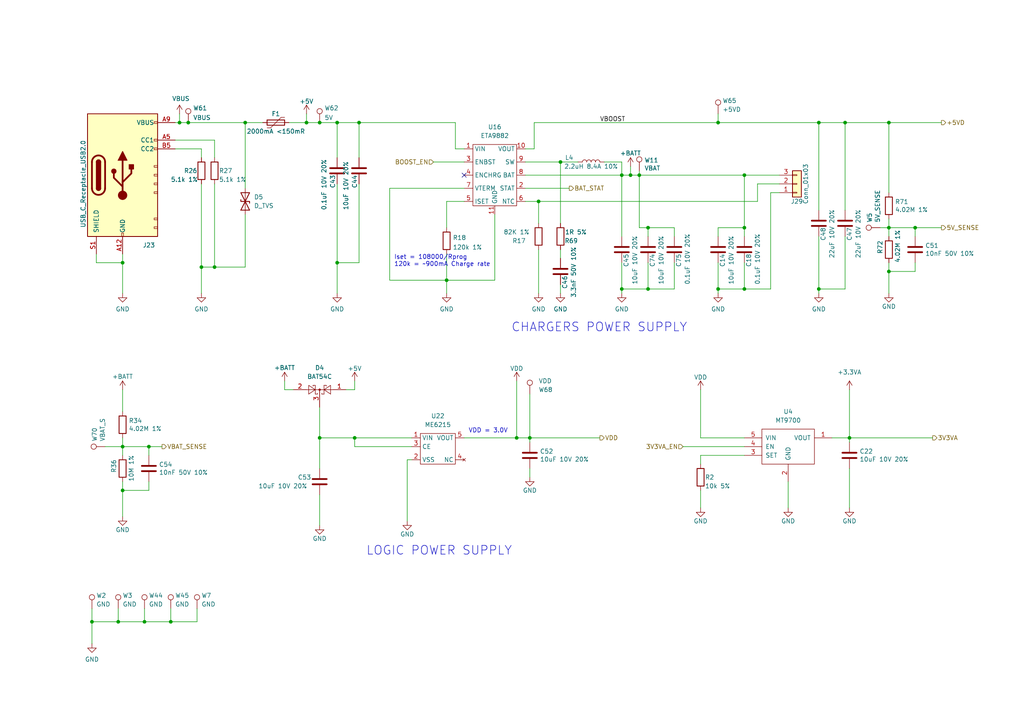
<source format=kicad_sch>
(kicad_sch (version 20230121) (generator eeschema)
  (paper "A4")
  (lib_symbols
    (symbol "Connector_Generic:Conn_01x03" (pin_names (offset 1.016) hide)
      (property "Reference" "J" (at 0 5.08 0))
      (property "Value" "Conn_01x03" (at 0 -5.08 0))
      (symbol "Conn_01x03_1_1"
        (rectangle (start -1.27 -2.413) (end 0 -2.667) (stroke (width 0.1524)))
        (rectangle (start -1.27 0.127) (end 0 -0.127) (stroke (width 0.1524)))
        (rectangle (start -1.27 2.667) (end 0 2.413) (stroke (width 0.1524)))
        (rectangle (start -1.27 3.81) (end 1.27 -3.81) (stroke (width 0.254)) (fill (type background)))
        (pin passive line (at -5.08 2.54 0) (length 3.81) (name "Pin_1") (number "1"))
        (pin passive line (at -5.08 0 0) (length 3.81) (name "Pin_2") (number "2"))
        (pin passive line (at -5.08 -2.54 0) (length 3.81) (name "Pin_3") (number "3"))
      )
    )
    (symbol "Device:C" (pin_numbers hide) (pin_names (offset 0.254))
      (property "Reference" "C" (at 0.635 2.54 0))
      (property "Value" "C" (at 0.635 -2.54 0))
      (symbol "C_0_1"
        (polyline (pts (xy -2.032 -0.762) (xy 2.032 -0.762)) (stroke (width 0.508)))
        (polyline (pts (xy -2.032 0.762) (xy 2.032 0.762)) (stroke (width 0.508)))
      )
      (symbol "C_1_1"
        (pin passive line (at 0 3.81 270) (length 2.794) (name "~") (number "1"))
        (pin passive line (at 0 -3.81 90) (length 2.794) (name "~") (number "2"))
      )
    )
    (symbol "Device:D_TVS" (pin_numbers hide) (pin_names (offset 1.016) hide)
      (property "Reference" "D" (at 0 2.54 0))
      (property "Value" "D_TVS" (at 0 -2.54 0))
      (symbol "D_TVS_0_1"
        (polyline (pts (xy 1.27 0) (xy -1.27 0)))
        (polyline (pts (xy 0.508 1.27) (xy 0 1.27) (xy 0 -1.27) (xy -0.508 -1.27)) (stroke (width 0.254)))
        (polyline (pts (xy -2.54 1.27) (xy -2.54 -1.27) (xy 2.54 1.27) (xy 2.54 -1.27) (xy -2.54 1.27)) (stroke (width 0.254)))
      )
      (symbol "D_TVS_1_1"
        (pin passive line (at -3.81 0 0) (length 2.54) (name "A1") (number "1"))
        (pin passive line (at 3.81 0 180) (length 2.54) (name "A2") (number "2"))
      )
    )
    (symbol "Device:L" (pin_numbers hide) (pin_names (offset 1.016) hide)
      (property "Reference" "L" (at -1.27 0 90))
      (property "Value" "L" (at 1.905 0 90))
      (symbol "L_0_1"
        (arc (start 0 -2.54) (mid 0.6323 -1.905) (end 0 -1.27))
        (arc (start 0 -1.27) (mid 0.6323 -0.635) (end 0 0))
        (arc (start 0 0) (mid 0.6323 0.635) (end 0 1.27))
        (arc (start 0 1.27) (mid 0.6323 1.905) (end 0 2.54))
      )
      (symbol "L_1_1"
        (pin passive line (at 0 3.81 270) (length 1.27) (name "1") (number "1"))
        (pin passive line (at 0 -3.81 90) (length 1.27) (name "2") (number "2"))
      )
    )
    (symbol "Device:Polyfuse" (pin_numbers hide) (pin_names (offset 0))
      (property "Reference" "F" (at -2.54 0 90))
      (property "Value" "Polyfuse" (at 2.54 0 90))
      (symbol "Polyfuse_0_1"
        (rectangle (start -0.762 2.54) (end 0.762 -2.54) (stroke (width 0.254)))
        (polyline (pts (xy 0 2.54) (xy 0 -2.54)))
        (polyline (pts (xy -1.524 2.54) (xy -1.524 1.524) (xy 1.524 -1.524) (xy 1.524 -2.54)))
      )
      (symbol "Polyfuse_1_1"
        (pin passive line (at 0 3.81 270) (length 1.27) (name "~") (number "1"))
        (pin passive line (at 0 -3.81 90) (length 1.27) (name "~") (number "2"))
      )
    )
    (symbol "Device:R" (pin_numbers hide) (pin_names (offset 0))
      (property "Reference" "R" (at 2.032 0 90))
      (property "Value" "R" (at 0 0 90))
      (symbol "R_0_1"
        (rectangle (start -1.016 -2.54) (end 1.016 2.54) (stroke (width 0.254)))
      )
      (symbol "R_1_1"
        (pin passive line (at 0 3.81 270) (length 1.27) (name "~") (number "1"))
        (pin passive line (at 0 -3.81 90) (length 1.27) (name "~") (number "2"))
      )
    )
    (symbol "Diode:BAT54C" (pin_names (offset 1.016))
      (property "Reference" "D" (at 0.635 -3.81 0))
      (property "Value" "BAT54C" (at -6.35 3.175 0))
      (symbol "BAT54C_0_1"
        (polyline (pts (xy -1.905 0) (xy 1.905 0)))
        (polyline (pts (xy -1.905 1.27) (xy -1.905 1.016)))
        (polyline (pts (xy -1.27 -1.27) (xy -0.635 -1.27)))
        (polyline (pts (xy -1.27 0) (xy -3.81 0)))
        (polyline (pts (xy -1.27 1.27) (xy -1.905 1.27)))
        (polyline (pts (xy -1.27 1.27) (xy -1.27 -1.27)))
        (polyline (pts (xy -0.635 -1.27) (xy -0.635 -1.016)))
        (polyline (pts (xy 0.635 -1.27) (xy 0.635 -1.016)))
        (polyline (pts (xy 1.27 -1.27) (xy 0.635 -1.27)))
        (polyline (pts (xy 1.27 1.27) (xy 1.27 -1.27)))
        (polyline (pts (xy 1.27 1.27) (xy 1.905 1.27)))
        (polyline (pts (xy 1.905 1.27) (xy 1.905 1.016)))
        (polyline (pts (xy 3.81 0) (xy 1.27 0)))
        (polyline (pts (xy -3.175 -1.27) (xy -3.175 1.27) (xy -1.27 0) (xy -3.175 -1.27)))
        (polyline (pts (xy 3.175 -1.27) (xy 3.175 1.27) (xy 1.27 0) (xy 3.175 -1.27)))
        (circle (center 0 0) (radius 0.254) (fill (type outline)))
      )
      (symbol "BAT54C_1_1"
        (pin passive line (at -7.62 0 0) (length 3.81) (name "~") (number "1"))
        (pin passive line (at 7.62 0 180) (length 3.81) (name "~") (number "2"))
        (pin passive line (at 0 -5.08 90) (length 5.08) (name "~") (number "3"))
      )
    )
    (symbol "Pixels-dice:ETA9882"
      (property "Reference" "U" (at -5.08 -17.78 0))
      (property "Value" "ETA9882" (at -10.16 2.54 0))
      (symbol "ETA9882_0_1"
        (rectangle (start -16.51 1.27) (end -3.81 -16.51))
      )
      (symbol "ETA9882_1_1"
        (pin power_in line (at -19.05 0 0) (length 2.54) (name "VIN") (number "1"))
        (pin power_out line (at -1.27 0 180) (length 2.54) (name "VOUT") (number "10"))
        (pin power_out line (at -10.16 -19.05 90) (length 2.54) (name "GND") (number "11"))
        (pin output line (at -1.27 -11.43 180) (length 2.54) (name "STAT") (number "2"))
        (pin input line (at -19.05 -3.81 0) (length 2.54) (name "ENBST") (number "3"))
        (pin input line (at -19.05 -7.62 0) (length 2.54) (name "ENCHRG") (number "4"))
        (pin output line (at -19.05 -15.24 0) (length 2.54) (name "ISET") (number "5"))
        (pin input line (at -1.27 -15.24 180) (length 2.54) (name "NTC") (number "6"))
        (pin input line (at -19.05 -11.43 0) (length 2.54) (name "VTERM") (number "7"))
        (pin power_in line (at -1.27 -7.62 180) (length 2.54) (name "BAT") (number "8"))
        (pin output line (at -1.27 -3.81 180) (length 2.54) (name "SW") (number "9"))
      )
    )
    (symbol "Pixels-dice:ME6215"
      (property "Reference" "U" (at 3.175 -6.35 0))
      (property "Value" "ME6215" (at 0 5.08 0))
      (symbol "ME6215_0_1"
        (rectangle (start -5.08 3.81) (end 5.08 -5.08))
      )
      (symbol "ME6215_1_1"
        (pin power_in line (at -7.62 2.54 0) (length 2.54) (name "VIN") (number "1"))
        (pin power_in line (at -7.62 -3.81 0) (length 2.54) (name "VSS") (number "2"))
        (pin input line (at -7.62 0 0) (length 2.54) (name "CE") (number "3"))
        (pin no_connect line (at 7.62 -3.81 180) (length 2.54) (name "NC") (number "4"))
        (pin power_out line (at 7.62 2.54 180) (length 2.54) (name "VOUT") (number "5"))
      )
    )
    (symbol "Pixels-dice:MT9700" (pin_names (offset 1.016))
      (property "Reference" "U" (at 6.35 -6.35 0))
      (property "Value" "MT9700" (at 0 6.35 0))
      (symbol "MT9700_0_1"
        (rectangle (start -7.62 5.08) (end 7.62 -5.08))
      )
      (symbol "MT9700_1_1"
        (pin power_out line (at 12.7 2.54 180) (length 5.08) (name "VOUT") (number "1"))
        (pin power_in line (at 0 -10.16 90) (length 5.08) (name "GND") (number "2"))
        (pin input line (at -12.7 -2.54 0) (length 5.08) (name "SET") (number "3"))
        (pin input line (at -12.7 0 0) (length 5.08) (name "EN") (number "4"))
        (pin power_in line (at -12.7 2.54 0) (length 5.08) (name "VIN") (number "5"))
      )
    )
    (symbol "Pixels-dice:TEST_1P-conn" (pin_numbers hide) (pin_names (offset 0.762) hide)
      (property "Reference" "W" (at 0 6.858 0))
      (property "Value" "TEST_1P-conn" (at 0 5.08 0))
      (symbol "TEST_1P-conn_0_1"
        (circle (center 0 3.302) (radius 0.762))
      )
      (symbol "TEST_1P-conn_1_1"
        (pin passive line (at 0 0 90) (length 2.54) (name "1") (number "1"))
      )
    )
    (symbol "Pixels-dice:USB_C_Receptacle_USB2.0" (pin_names (offset 1.016))
      (property "Reference" "J" (at -10.16 19.05 0))
      (property "Value" "USB_C_Receptacle_USB2.0" (at 19.05 19.05 0))
      (symbol "USB_C_Receptacle_USB2.0_0_0"
        (rectangle (start -0.254 -17.78) (end 0.254 -16.764))
        (rectangle (start 10.16 -14.986) (end 9.144 -15.494))
        (rectangle (start 10.16 -12.446) (end 9.144 -12.954))
        (rectangle (start 10.16 -4.826) (end 9.144 -5.334))
        (rectangle (start 10.16 -2.286) (end 9.144 -2.794))
        (rectangle (start 10.16 0.254) (end 9.144 -0.254))
        (rectangle (start 10.16 2.794) (end 9.144 2.286))
        (rectangle (start 10.16 7.874) (end 9.144 7.366))
        (rectangle (start 10.16 10.414) (end 9.144 9.906))
        (rectangle (start 10.16 15.494) (end 9.144 14.986))
      )
      (symbol "USB_C_Receptacle_USB2.0_0_1"
        (rectangle (start -10.16 17.78) (end 10.16 -17.78) (stroke (width 0.254)) (fill (type background)))
        (arc (start -8.89 -3.81) (mid -6.985 -5.7067) (end -5.08 -3.81) (stroke (width 0.508)))
        (arc (start -7.62 -3.81) (mid -6.985 -4.4423) (end -6.35 -3.81) (stroke (width 0.254)))
        (arc (start -7.62 -3.81) (mid -6.985 -4.4423) (end -6.35 -3.81) (stroke (width 0.254)) (fill (type outline)))
        (rectangle (start -7.62 -3.81) (end -6.35 3.81) (stroke (width 0.254)) (fill (type outline)))
        (arc (start -6.35 3.81) (mid -6.985 4.4423) (end -7.62 3.81) (stroke (width 0.254)))
        (arc (start -6.35 3.81) (mid -6.985 4.4423) (end -7.62 3.81) (stroke (width 0.254)) (fill (type outline)))
        (arc (start -5.08 3.81) (mid -6.985 5.7067) (end -8.89 3.81) (stroke (width 0.508)))
        (circle (center -2.54 1.143) (radius 0.635) (stroke (width 0.254)) (fill (type outline)))
        (circle (center 0 -5.842) (radius 1.27) (fill (type outline)))
        (polyline (pts (xy -8.89 -3.81) (xy -8.89 3.81)) (stroke (width 0.508)))
        (polyline (pts (xy -5.08 3.81) (xy -5.08 -3.81)) (stroke (width 0.508)))
        (polyline (pts (xy 0 -5.842) (xy 0 4.318)) (stroke (width 0.508)))
        (polyline (pts (xy 0 -3.302) (xy -2.54 -0.762) (xy -2.54 0.508)) (stroke (width 0.508)))
        (polyline (pts (xy 0 -2.032) (xy 2.54 0.508) (xy 2.54 1.778)) (stroke (width 0.508)))
        (polyline (pts (xy -1.27 4.318) (xy 0 6.858) (xy 1.27 4.318) (xy -1.27 4.318)) (stroke (width 0.254)) (fill (type outline)))
        (rectangle (start 1.905 1.778) (end 3.175 3.048) (stroke (width 0.254)) (fill (type outline)))
      )
      (symbol "USB_C_Receptacle_USB2.0_1_1"
        (pin passive line (at 0 -22.86 90) (length 5.08) (name "GND") (number "A12"))
        (pin bidirectional line (at 15.24 10.16 180) (length 5.08) (name "CC1") (number "A5"))
        (pin passive line (at 15.24 15.24 180) (length 5.08) (name "VBUS") (number "A9"))
        (pin passive line (at 0 -22.86 90) (length 5.08) hide (name "GND") (number "B12"))
        (pin bidirectional line (at 15.24 7.62 180) (length 5.08) (name "CC2") (number "B5"))
        (pin passive line (at 15.24 15.24 180) (length 5.08) hide (name "VBUS") (number "B9"))
        (pin passive line (at -7.62 -22.86 90) (length 5.08) (name "SHIELD") (number "S1"))
      )
    )
    (symbol "power:+3.3VA" (power) (pin_names (offset 0))
      (property "Value" "+3.3VA" (at 0 3.556 0))
      (symbol "+3.3VA_0_1"
        (polyline (pts (xy -0.762 1.27) (xy 0 2.54)))
        (polyline (pts (xy 0 0) (xy 0 2.54)))
        (polyline (pts (xy 0 2.54) (xy 0.762 1.27)))
      )
      (symbol "+3.3VA_1_1"
        (pin power_in line (at 0 0 90) (length 0) hide (name "+3.3VA") (number "1"))
      )
    )
    (symbol "power:+5V" (power) (pin_names (offset 0))
      (property "Value" "+5V" (at 0 3.556 0))
      (symbol "+5V_0_1"
        (polyline (pts (xy -0.762 1.27) (xy 0 2.54)))
        (polyline (pts (xy 0 0) (xy 0 2.54)))
        (polyline (pts (xy 0 2.54) (xy 0.762 1.27)))
      )
      (symbol "+5V_1_1"
        (pin power_in line (at 0 0 90) (length 0) hide (name "+5V") (number "1"))
      )
    )
    (symbol "power:+BATT" (power) (pin_names (offset 0))
      (property "Value" "+BATT" (at 0 3.556 0))
      (symbol "+BATT_0_1"
        (polyline (pts (xy -0.762 1.27) (xy 0 2.54)))
        (polyline (pts (xy 0 0) (xy 0 2.54)))
        (polyline (pts (xy 0 2.54) (xy 0.762 1.27)))
      )
      (symbol "+BATT_1_1"
        (pin power_in line (at 0 0 90) (length 0) hide (name "+BATT") (number "1"))
      )
    )
    (symbol "power:GND" (power) (pin_names (offset 0))
      (property "Value" "GND" (at 0 -3.81 0))
      (symbol "GND_0_1"
        (polyline (pts (xy 0 0) (xy 0 -1.27) (xy 1.27 -1.27) (xy 0 -2.54) (xy -1.27 -1.27) (xy 0 -1.27)))
      )
      (symbol "GND_1_1"
        (pin power_in line (at 0 0 270) (length 0) hide (name "GND") (number "1"))
      )
    )
    (symbol "power:VBUS" (power) (pin_names (offset 0))
      (property "Value" "VBUS" (at 0 3.81 0))
      (symbol "VBUS_0_1"
        (polyline (pts (xy -0.762 1.27) (xy 0 2.54)))
        (polyline (pts (xy 0 0) (xy 0 2.54)))
        (polyline (pts (xy 0 2.54) (xy 0.762 1.27)))
      )
      (symbol "VBUS_1_1"
        (pin power_in line (at 0 0 90) (length 0) hide (name "VBUS") (number "1"))
      )
    )
    (symbol "power:VDD" (power) (pin_names (offset 0))
      (property "Value" "VDD" (at 0 3.81 0))
      (symbol "VDD_0_1"
        (polyline (pts (xy -0.762 1.27) (xy 0 2.54)))
        (polyline (pts (xy 0 0) (xy 0 2.54)))
        (polyline (pts (xy 0 2.54) (xy 0.762 1.27)))
      )
      (symbol "VDD_1_1"
        (pin power_in line (at 0 0 90) (length 0) hide (name "VDD") (number "1"))
      )
    )
  )
  (junction (at 149.86 127))
  (junction (at 180.34 50.8))
  (junction (at 237.49 83.82))
  (junction (at 153.67 127))
  (junction (at 49.53 180.34))
  (junction (at 62.23 77.47))
  (junction (at 43.18 129.54))
  (junction (at 257.81 35.56))
  (junction (at 129.54 81.28))
  (junction (at 52.07 35.56))
  (junction (at 180.34 83.82))
  (junction (at 88.9 35.56))
  (junction (at 215.9 66.04))
  (junction (at 34.29 180.34))
  (junction (at 35.56 76.2))
  (junction (at 102.87 127))
  (junction (at 215.9 50.8))
  (junction (at 92.71 35.56))
  (junction (at 208.28 83.82))
  (junction (at 58.42 77.47))
  (junction (at 187.96 83.82))
  (junction (at 265.43 66.04))
  (junction (at 71.12 35.56))
  (junction (at 245.11 35.56))
  (junction (at 35.56 142.24))
  (junction (at 257.81 78.74))
  (junction (at 41.91 180.34))
  (junction (at 185.42 50.8))
  (junction (at 156.21 58.42))
  (junction (at 97.79 35.56))
  (junction (at 97.79 76.2))
  (junction (at 182.88 50.8))
  (junction (at 162.56 46.99))
  (junction (at 246.38 127))
  (junction (at 257.81 66.04))
  (junction (at 215.9 83.82))
  (junction (at 104.14 35.56))
  (junction (at 208.28 35.56))
  (junction (at 35.56 129.54))
  (junction (at 92.71 127))
  (junction (at 26.67 180.34))
  (junction (at 187.96 66.04))
  (junction (at 237.49 35.56))
  (junction (at 54.61 35.56))
  (no_connect (at 134.62 50.8))
  (wire (pts (xy 257.81 35.56) (xy 273.05 35.56)))
  (wire (pts (xy 246.38 135.89) (xy 246.38 147.32)))
  (wire (pts (xy 52.07 33.02) (xy 52.07 35.56)))
  (wire (pts (xy 265.43 76.2) (xy 265.43 78.74)))
  (wire (pts (xy 62.23 53.34) (xy 62.23 77.47)))
  (wire (pts (xy 26.67 180.34) (xy 26.67 186.69)))
  (wire (pts (xy 195.58 76.2) (xy 195.58 83.82)))
  (wire (pts (xy 208.28 66.04) (xy 215.9 66.04)))
  (wire (pts (xy 219.71 53.34) (xy 226.06 53.34)))
  (wire (pts (xy 102.87 127) (xy 119.38 127)))
  (wire (pts (xy 265.43 66.04) (xy 265.43 68.58)))
  (wire (pts (xy 245.11 83.82) (xy 237.49 83.82)))
  (wire (pts (xy 180.34 46.99) (xy 180.34 50.8)))
  (wire (pts (xy 92.71 143.51) (xy 92.71 152.4)))
  (wire (pts (xy 185.42 50.8) (xy 215.9 50.8)))
  (wire (pts (xy 82.55 113.03) (xy 85.09 113.03)))
  (wire (pts (xy 265.43 66.04) (xy 273.05 66.04)))
  (wire (pts (xy 134.62 54.61) (xy 113.03 54.61)))
  (wire (pts (xy 118.11 133.35) (xy 118.11 151.13)))
  (wire (pts (xy 97.79 53.34) (xy 97.79 76.2)))
  (wire (pts (xy 97.79 35.56) (xy 97.79 45.72)))
  (wire (pts (xy 187.96 76.2) (xy 187.96 83.82)))
  (wire (pts (xy 35.56 73.66) (xy 35.56 76.2)))
  (wire (pts (xy 88.9 33.02) (xy 88.9 35.56)))
  (wire (pts (xy 223.52 55.88) (xy 226.06 55.88)))
  (wire (pts (xy 185.42 49.53) (xy 185.42 50.8)))
  (wire (pts (xy 43.18 142.24) (xy 35.56 142.24)))
  (wire (pts (xy 257.81 63.5) (xy 257.81 66.04)))
  (wire (pts (xy 185.42 66.04) (xy 185.42 50.8)))
  (wire (pts (xy 152.4 50.8) (xy 180.34 50.8)))
  (wire (pts (xy 35.56 113.03) (xy 35.56 119.38)))
  (wire (pts (xy 203.2 113.03) (xy 203.2 127)))
  (wire (pts (xy 257.81 66.04) (xy 265.43 66.04)))
  (wire (pts (xy 113.03 54.61) (xy 113.03 81.28)))
  (wire (pts (xy 215.9 50.8) (xy 215.9 66.04)))
  (wire (pts (xy 71.12 62.23) (xy 71.12 77.47)))
  (wire (pts (xy 228.6 139.7) (xy 228.6 147.32)))
  (wire (pts (xy 92.71 118.11) (xy 92.71 127)))
  (wire (pts (xy 223.52 55.88) (xy 223.52 83.82)))
  (wire (pts (xy 219.71 53.34) (xy 219.71 58.42)))
  (wire (pts (xy 246.38 113.03) (xy 246.38 127)))
  (wire (pts (xy 58.42 43.18) (xy 58.42 45.72)))
  (wire (pts (xy 257.81 76.2) (xy 257.81 78.74)))
  (wire (pts (xy 62.23 77.47) (xy 58.42 77.47)))
  (wire (pts (xy 129.54 58.42) (xy 129.54 66.04)))
  (wire (pts (xy 245.11 35.56) (xy 257.81 35.56)))
  (wire (pts (xy 223.52 83.82) (xy 215.9 83.82)))
  (wire (pts (xy 27.94 76.2) (xy 35.56 76.2)))
  (wire (pts (xy 104.14 76.2) (xy 97.79 76.2)))
  (wire (pts (xy 162.56 46.99) (xy 162.56 64.77)))
  (wire (pts (xy 208.28 35.56) (xy 237.49 35.56)))
  (wire (pts (xy 26.67 180.34) (xy 34.29 180.34)))
  (wire (pts (xy 92.71 127) (xy 102.87 127)))
  (wire (pts (xy 203.2 142.24) (xy 203.2 147.32)))
  (wire (pts (xy 104.14 35.56) (xy 104.14 45.72)))
  (wire (pts (xy 27.94 73.66) (xy 27.94 76.2)))
  (wire (pts (xy 43.18 139.7) (xy 43.18 142.24)))
  (wire (pts (xy 153.67 135.89) (xy 153.67 138.43)))
  (wire (pts (xy 153.67 127) (xy 153.67 128.27)))
  (wire (pts (xy 149.86 110.49) (xy 149.86 127)))
  (wire (pts (xy 104.14 35.56) (xy 132.08 35.56)))
  (wire (pts (xy 43.18 129.54) (xy 43.18 132.08)))
  (wire (pts (xy 30.48 129.54) (xy 35.56 129.54)))
  (wire (pts (xy 156.21 58.42) (xy 156.21 64.77)))
  (wire (pts (xy 134.62 127) (xy 149.86 127)))
  (wire (pts (xy 180.34 50.8) (xy 180.34 68.58)))
  (wire (pts (xy 97.79 76.2) (xy 97.79 85.09)))
  (wire (pts (xy 208.28 33.02) (xy 208.28 35.56)))
  (wire (pts (xy 102.87 110.49) (xy 102.87 113.03)))
  (wire (pts (xy 237.49 68.58) (xy 237.49 83.82)))
  (wire (pts (xy 182.88 48.26) (xy 182.88 50.8)))
  (wire (pts (xy 149.86 127) (xy 153.67 127)))
  (wire (pts (xy 208.28 68.58) (xy 208.28 66.04)))
  (wire (pts (xy 153.67 114.3) (xy 153.67 127)))
  (wire (pts (xy 35.56 129.54) (xy 43.18 129.54)))
  (wire (pts (xy 102.87 127) (xy 102.87 129.54)))
  (wire (pts (xy 215.9 66.04) (xy 215.9 68.58)))
  (wire (pts (xy 57.15 180.34) (xy 57.15 176.53)))
  (wire (pts (xy 198.12 129.54) (xy 215.9 129.54)))
  (wire (pts (xy 187.96 83.82) (xy 195.58 83.82)))
  (wire (pts (xy 187.96 66.04) (xy 195.58 66.04)))
  (wire (pts (xy 162.56 46.99) (xy 167.64 46.99)))
  (wire (pts (xy 113.03 81.28) (xy 129.54 81.28)))
  (wire (pts (xy 215.9 76.2) (xy 215.9 83.82)))
  (wire (pts (xy 58.42 77.47) (xy 58.42 85.09)))
  (wire (pts (xy 92.71 35.56) (xy 97.79 35.56)))
  (wire (pts (xy 245.11 68.58) (xy 245.11 83.82)))
  (wire (pts (xy 129.54 73.66) (xy 129.54 81.28)))
  (wire (pts (xy 195.58 66.04) (xy 195.58 68.58)))
  (wire (pts (xy 154.94 35.56) (xy 208.28 35.56)))
  (wire (pts (xy 119.38 129.54) (xy 102.87 129.54)))
  (wire (pts (xy 246.38 127) (xy 270.51 127)))
  (wire (pts (xy 187.96 68.58) (xy 187.96 66.04)))
  (wire (pts (xy 83.82 35.56) (xy 88.9 35.56)))
  (wire (pts (xy 257.81 78.74) (xy 257.81 85.09)))
  (wire (pts (xy 88.9 35.56) (xy 92.71 35.56)))
  (wire (pts (xy 50.8 40.64) (xy 62.23 40.64)))
  (wire (pts (xy 54.61 35.56) (xy 71.12 35.56)))
  (wire (pts (xy 132.08 35.56) (xy 132.08 43.18)))
  (wire (pts (xy 35.56 142.24) (xy 35.56 149.86)))
  (wire (pts (xy 237.49 35.56) (xy 237.49 60.96)))
  (wire (pts (xy 97.79 35.56) (xy 104.14 35.56)))
  (wire (pts (xy 104.14 53.34) (xy 104.14 76.2)))
  (wire (pts (xy 219.71 58.42) (xy 156.21 58.42)))
  (wire (pts (xy 34.29 180.34) (xy 34.29 176.53)))
  (wire (pts (xy 82.55 110.49) (xy 82.55 113.03)))
  (wire (pts (xy 35.56 139.7) (xy 35.56 142.24)))
  (wire (pts (xy 71.12 35.56) (xy 71.12 54.61)))
  (wire (pts (xy 185.42 66.04) (xy 187.96 66.04)))
  (wire (pts (xy 132.08 43.18) (xy 134.62 43.18)))
  (wire (pts (xy 154.94 35.56) (xy 154.94 43.18)))
  (wire (pts (xy 50.8 35.56) (xy 52.07 35.56)))
  (wire (pts (xy 257.81 66.04) (xy 257.81 68.58)))
  (wire (pts (xy 41.91 180.34) (xy 49.53 180.34)))
  (wire (pts (xy 156.21 72.39) (xy 156.21 85.09)))
  (wire (pts (xy 71.12 35.56) (xy 76.2 35.56)))
  (wire (pts (xy 125.73 46.99) (xy 134.62 46.99)))
  (wire (pts (xy 129.54 81.28) (xy 143.51 81.28)))
  (wire (pts (xy 237.49 83.82) (xy 237.49 85.09)))
  (wire (pts (xy 215.9 50.8) (xy 226.06 50.8)))
  (wire (pts (xy 180.34 76.2) (xy 180.34 83.82)))
  (wire (pts (xy 49.53 180.34) (xy 57.15 180.34)))
  (wire (pts (xy 26.67 176.53) (xy 26.67 180.34)))
  (wire (pts (xy 41.91 180.34) (xy 41.91 176.53)))
  (wire (pts (xy 246.38 127) (xy 246.38 128.27)))
  (wire (pts (xy 203.2 127) (xy 215.9 127)))
  (wire (pts (xy 50.8 43.18) (xy 58.42 43.18)))
  (wire (pts (xy 162.56 82.55) (xy 162.56 85.09)))
  (wire (pts (xy 71.12 77.47) (xy 62.23 77.47)))
  (wire (pts (xy 102.87 113.03) (xy 100.33 113.03)))
  (wire (pts (xy 143.51 62.23) (xy 143.51 81.28)))
  (wire (pts (xy 257.81 35.56) (xy 257.81 55.88)))
  (wire (pts (xy 152.4 54.61) (xy 165.1 54.61)))
  (wire (pts (xy 129.54 58.42) (xy 134.62 58.42)))
  (wire (pts (xy 175.26 46.99) (xy 180.34 46.99)))
  (wire (pts (xy 62.23 40.64) (xy 62.23 45.72)))
  (wire (pts (xy 215.9 83.82) (xy 208.28 83.82)))
  (wire (pts (xy 255.27 66.04) (xy 257.81 66.04)))
  (wire (pts (xy 265.43 78.74) (xy 257.81 78.74)))
  (wire (pts (xy 49.53 180.34) (xy 49.53 176.53)))
  (wire (pts (xy 92.71 135.89) (xy 92.71 127)))
  (wire (pts (xy 154.94 43.18) (xy 152.4 43.18)))
  (wire (pts (xy 180.34 50.8) (xy 182.88 50.8)))
  (wire (pts (xy 52.07 35.56) (xy 54.61 35.56)))
  (wire (pts (xy 118.11 133.35) (xy 119.38 133.35)))
  (wire (pts (xy 35.56 76.2) (xy 35.56 85.09)))
  (wire (pts (xy 208.28 83.82) (xy 208.28 85.09)))
  (wire (pts (xy 182.88 50.8) (xy 185.42 50.8)))
  (wire (pts (xy 153.67 127) (xy 173.99 127)))
  (wire (pts (xy 58.42 53.34) (xy 58.42 77.47)))
  (wire (pts (xy 35.56 127) (xy 35.56 129.54)))
  (wire (pts (xy 203.2 132.08) (xy 203.2 134.62)))
  (wire (pts (xy 35.56 129.54) (xy 35.56 132.08)))
  (wire (pts (xy 215.9 132.08) (xy 203.2 132.08)))
  (wire (pts (xy 43.18 129.54) (xy 46.99 129.54)))
  (wire (pts (xy 152.4 46.99) (xy 162.56 46.99)))
  (wire (pts (xy 245.11 35.56) (xy 245.11 60.96)))
  (wire (pts (xy 34.29 180.34) (xy 41.91 180.34)))
  (wire (pts (xy 129.54 81.28) (xy 129.54 85.09)))
  (wire (pts (xy 162.56 72.39) (xy 162.56 74.93)))
  (wire (pts (xy 152.4 58.42) (xy 156.21 58.42)))
  (wire (pts (xy 241.3 127) (xy 246.38 127)))
  (wire (pts (xy 180.34 83.82) (xy 187.96 83.82)))
  (wire (pts (xy 237.49 35.56) (xy 245.11 35.56)))
  (wire (pts (xy 180.34 83.82) (xy 180.34 85.09)))
  (wire (pts (xy 208.28 76.2) (xy 208.28 83.82)))
  (text "CHARGERS POWER SUPPLY" (at 199.39 96.52 0) (effects (font (size 2.54 2.54)) (justify right bottom)))
  (text "VDD = 3.0V" (at 147.32 125.73 0) (effects (font (size 1.27 1.27)) (justify right bottom)))
  (text "Iset = 108000/Rprog\n120k = ~900mA Charge rate" (at 114.3 77.47 0) (effects (font (size 1.27 1.27)) (justify left bottom)))
  (text "LOGIC POWER SUPPLY" (at 148.59 161.29 0) (effects (font (size 2.54 2.54)) (justify right bottom)))
  (label "VBOOST" (at 173.99 35.56 0))
  (hierarchical_label "VDD" (shape output) (at 173.99 127 0))
  (hierarchical_label "VBAT_SENSE" (shape output) (at 46.99 129.54 0))
  (hierarchical_label "5V_SENSE" (shape output) (at 273.05 66.04 0))
  (hierarchical_label "BAT_STAT" (shape output) (at 165.1 54.61 0))
  (hierarchical_label "+5VD" (shape output) (at 273.05 35.56 0))
  (hierarchical_label "BOOST_EN" (shape input) (at 125.73 46.99 180))
  (hierarchical_label "3V3VA" (shape output) (at 270.51 127 0))
  (hierarchical_label "3V3VA_EN" (shape input) (at 198.12 129.54 180))
  (symbol (lib_id "power:GND") (at 180.34 85.09 0) (unit 1)
    (property "Reference" "#PWR0104" (effects hide))
    (property "Value" "GND" (at 180.34 89.6525 0))
  )
  (symbol (lib_id "Pixels-dice:TEST_1P-conn") (at 208.28 33.02 0) (unit 1)
    (property "Reference" "W65" (at 209.55 29.21 0) (effects (justify left)))
    (property "Value" "+5VD" (at 209.55 31.75 0) (effects (justify left)))
    (property "Footprint" "Pixels-dice:TestPoint_1.5x1.5_Drill0.9mm" (effects hide))
  )
  (symbol (lib_id "Device:C") (at 180.34 72.39 0) (unit 1)
    (property "Reference" "C45" (at 181.61 77.47 90) (effects (justify left)))
    (property "Value" "10uF 10V 20%" (at 184.15 82.55 90) (effects (justify left)))
    (property "Footprint" "Capacitor_SMD:C_0603_1608Metric" (effects hide))
    (property "Generic OK" "YES" (effects hide))
    (property "Manufacturer" "Murata" (effects hide))
    (property "Manufacturer Part Number" "GRM188R61A106ME69D" (effects hide))
  )
  (symbol (lib_id "power:+5V") (at 88.9 33.02 0) (unit 1)
    (property "Reference" "#PWR059" (effects hide))
    (property "Value" "+5V" (at 88.9 29.4155 0))
  )
  (symbol (lib_id "power:+5V") (at 102.87 110.49 0) (unit 1)
    (property "Reference" "#PWR085" (effects hide))
    (property "Value" "+5V" (at 102.87 106.8855 0))
  )
  (symbol (lib_id "power:VDD") (at 203.2 113.03 0) (unit 1)
    (property "Reference" "#PWR017" (effects hide))
    (property "Value" "VDD" (at 203.2 109.4255 0))
  )
  (symbol (lib_id "Pixels-dice:TEST_1P-conn") (at 92.71 35.56 0) (unit 1)
    (property "Reference" "W62" (at 94.107 31.3495 0) (effects (justify left)))
    (property "Value" "5V" (at 94.107 34.1246 0) (effects (justify left)))
    (property "Footprint" "Pixels-dice:TEST_PIN" (effects hide))
  )
  (symbol (lib_id "Pixels-dice:MT9700") (at 228.6 129.54 0) (unit 1)
    (property "Reference" "U4" (at 228.6 119.38 0))
    (property "Value" "MT9700" (at 228.6 121.92 0))
    (property "Footprint" "Pixels-dice:SOT-23-5" (effects hide))
    (property "Manufacturer" "XI'AN Aerosemi Tech" (effects hide))
    (property "Manufacturer Part Number" "MT9700" (effects hide))
  )
  (symbol (lib_id "power:+BATT") (at 35.56 113.03 0) (unit 1)
    (property "Reference" "#PWR081" (effects hide))
    (property "Value" "+BATT" (at 35.56 109.22 0))
  )
  (symbol (lib_id "Pixels-dice:TEST_1P-conn") (at 54.61 35.56 0) (unit 1)
    (property "Reference" "W61" (at 56.007 31.3495 0) (effects (justify left)))
    (property "Value" "VBUS" (at 56.007 34.1246 0) (effects (justify left)))
    (property "Footprint" "Pixels-dice:TestPoint_1.5x1.5_Drill0.9mm" (effects hide))
  )
  (symbol (lib_id "Device:Polyfuse") (at 80.01 35.56 90) (unit 1)
    (property "Reference" "F1" (at 80.01 33.02 90))
    (property "Value" "2000mA <150mR" (at 80.01 38.1 90))
    (property "Footprint" "Fuse:Fuse_1210_3225Metric" (effects hide))
    (property "Manufacturer" "Shenzhen JDT Fuse" (effects hide))
    (property "Manufacturer Part Number" "ASMD1210-110-16V" (effects hide))
    (property "Generic OK" "YES" (effects hide))
  )
  (symbol (lib_id "Device:R") (at 58.42 49.53 180) (unit 1)
    (property "Reference" "R26" (at 53.34 49.53 0) (effects (justify right)))
    (property "Value" "5.1k 1%" (at 49.53 52.07 0) (effects (justify right)))
    (property "Footprint" "Resistor_SMD:R_0402_1005Metric" (effects hide))
    (property "LCSC Part Number" "C25905" (effects hide))
    (property "Manufacturer" "UNI-ROYAL(Uniroyal Elec)" (effects hide))
    (property "Manufacturer Part Number" "0402WGF5101TCE" (effects hide))
    (property "Generic OK" "YES" (effects hide))
  )
  (symbol (lib_id "Device:C") (at 195.58 72.39 0) (unit 1)
    (property "Reference" "C75" (at 196.85 77.47 90) (effects (justify left)))
    (property "Value" "0.1uF 10V 20%" (at 199.39 82.55 90) (effects (justify left)))
    (property "Footprint" "Capacitor_SMD:C_0402_1005Metric" (effects hide))
    (property "Generic OK" "YES" (effects hide))
    (property "Manufacturer" "Murata" (effects hide))
    (property "Manufacturer Part Number" "GRM155R61H104KE19D" (effects hide))
  )
  (symbol (lib_id "power:GND") (at 228.6 147.32 0) (unit 1)
    (property "Reference" "#PWR030" (effects hide))
    (property "Value" "GND" (at 228.6 151.13 0))
  )
  (symbol (lib_id "power:GND") (at 58.42 85.09 0) (unit 1)
    (property "Reference" "#PWR065" (effects hide))
    (property "Value" "GND" (at 58.42 89.6525 0))
  )
  (symbol (lib_id "Device:R") (at 62.23 49.53 180) (unit 1)
    (property "Reference" "R27" (at 63.5 49.53 0) (effects (justify right)))
    (property "Value" "5.1k 1%" (at 63.5 52.07 0) (effects (justify right)))
    (property "Footprint" "Resistor_SMD:R_0402_1005Metric" (effects hide))
    (property "LCSC Part Number" "C25905" (effects hide))
    (property "Manufacturer" "UNI-ROYAL(Uniroyal Elec)" (effects hide))
    (property "Manufacturer Part Number" "0402WGF5101TCE" (effects hide))
    (property "Generic OK" "YES" (effects hide))
  )
  (symbol (lib_id "Pixels-dice:TEST_1P-conn") (at 34.29 176.53 0) (unit 1)
    (property "Reference" "W3" (at 35.56 172.72 0) (effects (justify left)))
    (property "Value" "GND" (at 35.56 175.26 0) (effects (justify left)))
    (property "Footprint" "Pixels-dice:TestPoint_1.5x1.5_Drill0.9mm" (effects hide))
  )
  (symbol (lib_id "power:VBUS") (at 52.07 33.02 0) (unit 1)
    (property "Reference" "#PWR058" (effects hide))
    (property "Value" "VBUS" (at 52.451 28.6258 0))
  )
  (symbol (lib_id "power:GND") (at 203.2 147.32 0) (unit 1)
    (property "Reference" "#PWR027" (effects hide))
    (property "Value" "GND" (at 203.2 151.13 0))
  )
  (symbol (lib_id "Device:L") (at 171.45 46.99 90) (unit 1)
    (property "Reference" "L4" (at 165.1 45.72 90))
    (property "Value" "2.2uH 8.4A 10%" (at 171.45 48.26 90))
    (property "Footprint" "Pixels-dice:SPM6530" (effects hide))
    (property "Generic OK" "YES" (effects hide))
    (property "Manufacturer" "TDK" (effects hide))
    (property "Manufacturer Part Number" "SPM6530T-2R2M" (effects hide))
    (property "LCSC Part Number" "C76857" (effects hide))
  )
  (symbol (lib_id "power:GND") (at 97.79 85.09 0) (unit 1)
    (property "Reference" "#PWR067" (effects hide))
    (property "Value" "GND" (at 97.79 89.6525 0))
  )
  (symbol (lib_id "Device:C") (at 162.56 78.74 0) (unit 1)
    (property "Reference" "C46" (at 163.83 83.82 90) (effects (justify left)))
    (property "Value" "3.3nF 50V 10%" (at 166.37 86.36 90) (effects (justify left)))
    (property "Footprint" "Capacitor_SMD:C_0402_1005Metric" (effects hide))
    (property "Generic OK" "YES" (effects hide))
    (property "Pixels Part Number" "SMD-C007" (effects hide))
    (property "Manufacturer" "Murata" (effects hide))
    (property "Manufacturer Part Number" "GRM155R71H332KA01D" (effects hide))
  )
  (symbol (lib_id "Pixels-dice:USB_C_Receptacle_USB2.0") (at 35.56 50.8 0) (unit 1)
    (property "Reference" "J23" (at 43.18 71.12 0))
    (property "Value" "USB_C_Receptacle_USB2.0" (at 24.13 53.34 90))
    (property "Footprint" "Pixels-dice:USB-C-SMD_10P-P1.00-L6.8-W8.9_V1.1" (effects hide))
    (property "Datasheet" "https://www.usb.org/sites/default/files/documents/usb_type-c.zip" (effects hide))
    (property "LCSC Part Number" "C283540" (effects hide))
    (property "Manufacturer" "Korean Hroparts Elec" (effects hide))
    (property "Manufacturer Part Number" "TYPE-C-31-M-17" (effects hide))
    (property "Generic OK" "NO" (effects hide))
  )
  (symbol (lib_id "Device:C") (at 237.49 64.77 0) (unit 1)
    (property "Reference" "C48" (at 238.76 69.85 90) (effects (justify left)))
    (property "Value" "22uF 10V 20%" (at 241.3 74.93 90) (effects (justify left)))
    (property "Footprint" "Capacitor_SMD:C_0805_2012Metric" (effects hide))
    (property "Manufacturer" "Murata" (effects hide))
    (property "Manufacturer Part Number" "GRM21BR61A226ME51L" (effects hide))
    (property "Generic OK" "YES" (effects hide))
  )
  (symbol (lib_id "power:GND") (at 26.67 186.69 0) (unit 1)
    (property "Reference" "#PWR010" (effects hide))
    (property "Value" "GND" (at 26.67 191.2525 0))
  )
  (symbol (lib_id "Pixels-dice:TEST_1P-conn") (at 26.67 176.53 0) (unit 1)
    (property "Reference" "W2" (at 27.94 172.72 0) (effects (justify left)))
    (property "Value" "GND" (at 27.94 175.26 0) (effects (justify left)))
    (property "Footprint" "Pixels-dice:TestPoint_1.5x1.5_Drill0.9mm" (effects hide))
  )
  (symbol (lib_id "Pixels-dice:TEST_1P-conn") (at 153.67 114.3 0) (unit 1)
    (property "Reference" "W68" (at 156.21 113.03 0) (effects (justify left)))
    (property "Value" "VDD" (at 156.21 110.49 0) (effects (justify left)))
    (property "Footprint" "Pixels-dice:TestPoint_1.5x1.5_Drill0.9mm" (effects hide))
  )
  (symbol (lib_id "Pixels-dice:TEST_1P-conn") (at 255.27 66.04 90) (unit 1)
    (property "Reference" "W5" (at 252.222 64.5668 0) (effects (justify left)))
    (property "Value" "5V_SENSE" (at 254.5334 64.5668 0) (effects (justify left)))
    (property "Footprint" "Pixels-dice:TestPoint_1.5x1.5_Drill0.9mm" (effects hide))
  )
  (symbol (lib_id "Pixels-dice:ETA9882") (at 153.67 43.18 0) (unit 1)
    (property "Reference" "U16" (at 143.51 36.83 0))
    (property "Value" "ETA9882" (at 143.51 39.37 0))
    (property "Footprint" "Pixels-dice:ESSOP10" (effects hide))
    (property "Manufacturer" "ETA Semiconductor Limited" (effects hide))
    (property "Manufacturer Part Number" "ETA9882E10" (effects hide))
  )
  (symbol (lib_id "Device:C") (at 153.67 132.08 0) (unit 1)
    (property "Reference" "C52" (at 156.591 130.9116 0) (effects (justify left)))
    (property "Value" "10uF 10V 20%" (at 156.591 133.223 0) (effects (justify left)))
    (property "Footprint" "Capacitor_SMD:C_0603_1608Metric" (effects hide))
    (property "Generic OK" "YES" (effects hide))
    (property "Pixels Part Number" "SMD-C002" (effects hide))
    (property "Manufacturer" "Murata" (effects hide))
    (property "Manufacturer Part Number" "GRM188R61A106ME69D" (effects hide))
  )
  (symbol (lib_id "power:GND") (at 246.38 147.32 0) (unit 1)
    (property "Reference" "#PWR033" (effects hide))
    (property "Value" "GND" (at 246.38 151.13 0))
  )
  (symbol (lib_id "Device:C") (at 43.18 135.89 0) (unit 1)
    (property "Reference" "C54" (at 46.101 134.7216 0) (effects (justify left)))
    (property "Value" "10nF 50V 10%" (at 46.101 137.033 0) (effects (justify left)))
    (property "Footprint" "Capacitor_SMD:C_0402_1005Metric" (effects hide))
    (property "Generic OK" "YES" (effects hide))
    (property "Pixels Part Number" "SMD-C009" (effects hide))
    (property "Manufacturer" "Murata" (effects hide))
    (property "Manufacturer Part Number" "GRM155R71H103KA88D" (effects hide))
    (property "LCSC Part Number" "C2175791" (effects hide))
  )
  (symbol (lib_id "Diode:BAT54C") (at 92.71 113.03 0) (mirror y) (unit 1)
    (property "Reference" "D4" (at 92.71 106.68 0))
    (property "Value" "BAT54C" (at 92.71 109.22 0))
    (property "Footprint" "Package_TO_SOT_SMD:SOT-23" (effects hide))
    (property "Datasheet" "http://www.diodes.com/_files/datasheets/ds11005.pdf" (effects hide))
    (property "Generic OK" "YES" (effects hide))
    (property "LCSC Part Number" "C37704" (effects hide))
    (property "Manufacturer" "Nexperia" (effects hide))
    (property "Manufacturer Part Number" "BAT54C,215" (effects hide))
  )
  (symbol (lib_id "Device:C") (at 97.79 49.53 0) (unit 1)
    (property "Reference" "C43" (at 96.52 54.61 90) (effects (justify left)))
    (property "Value" "0.1uF 10V 20%" (at 93.98 60.96 90) (effects (justify left)))
    (property "Footprint" "Capacitor_SMD:C_0402_1005Metric" (effects hide))
    (property "LCSC Part Number" "C2168305" (effects hide))
    (property "Manufacturer" "Murata" (effects hide))
    (property "Manufacturer Part Number" "GRM155R61H104KE19D" (effects hide))
    (property "Generic OK" "YES" (effects hide))
  )
  (symbol (lib_id "Pixels-dice:TEST_1P-conn") (at 57.15 176.53 0) (unit 1)
    (property "Reference" "W7" (at 58.42 172.72 0) (effects (justify left)))
    (property "Value" "GND" (at 58.42 175.26 0) (effects (justify left)))
    (property "Footprint" "Pixels-dice:TestPoint_1.5x1.5_Drill0.9mm" (effects hide))
  )
  (symbol (lib_id "Device:R") (at 203.2 138.43 180) (unit 1)
    (property "Reference" "R2" (at 204.47 138.43 0) (effects (justify right)))
    (property "Value" "10k 5%" (at 204.47 140.97 0) (effects (justify right)))
    (property "Footprint" "Resistor_SMD:R_0402_1005Metric" (effects hide))
    (property "Manufacturer" "UNI-ROYAL(Uniroyal Elec)" (effects hide))
    (property "Manufacturer Part Number" "0402WGJ0103TCE" (effects hide))
    (property "Generic OK" "YES" (effects hide))
  )
  (symbol (lib_id "Pixels-dice:TEST_1P-conn") (at 41.91 176.53 0) (unit 1)
    (property "Reference" "W44" (at 43.18 172.72 0) (effects (justify left)))
    (property "Value" "GND" (at 43.18 175.26 0) (effects (justify left)))
    (property "Footprint" "Pixels-dice:TestPoint_1.5x1.5_Drill0.9mm" (effects hide))
  )
  (symbol (lib_id "Pixels-dice:TEST_1P-conn") (at 185.42 49.53 0) (unit 1)
    (property "Reference" "W11" (at 186.8932 46.482 0) (effects (justify left)))
    (property "Value" "VBAT" (at 186.8932 48.7934 0) (effects (justify left)))
    (property "Footprint" "Pixels-dice:TestPoint_1.5x1.5_Drill0.9mm" (effects hide))
  )
  (symbol (lib_id "power:GND") (at 35.56 85.09 0) (unit 1)
    (property "Reference" "#PWR064" (effects hide))
    (property "Value" "GND" (at 35.56 89.6525 0))
  )
  (symbol (lib_id "Device:C") (at 187.96 72.39 0) (unit 1)
    (property "Reference" "C74" (at 189.23 77.47 90) (effects (justify left)))
    (property "Value" "10uF 10V 20%" (at 191.77 82.55 90) (effects (justify left)))
    (property "Footprint" "Capacitor_SMD:C_0603_1608Metric" (effects hide))
    (property "Generic OK" "YES" (effects hide))
    (property "Manufacturer" "Murata" (effects hide))
    (property "Manufacturer Part Number" "GRM188R61A106ME69D" (effects hide))
  )
  (symbol (lib_id "Connector_Generic:Conn_01x03") (at 231.14 53.34 0) (mirror x) (unit 1)
    (property "Reference" "J29" (at 231.14 58.42 0))
    (property "Value" "Conn_01x03" (at 233.68 53.34 90))
    (property "Footprint" "Pixels-dice:BAT_SMT_3" (effects hide))
    (property "Manufacturer" "ZH CONNECTOR" (effects hide))
    (property "Manufacturer Part Number" "S3B-ZR-SM4A-TF" (effects hide))
  )
  (symbol (lib_id "Device:R") (at 162.56 68.58 180) (unit 1)
    (property "Reference" "R69" (at 167.64 69.85 0) (effects (justify left)))
    (property "Value" "1R 5%" (at 170.18 67.31 0) (effects (justify left)))
    (property "Footprint" "Resistor_SMD:R_0402_1005Metric" (effects hide))
    (property "Generic OK" "YES" (effects hide))
    (property "Pixels Part Number" "SMD-R006" (effects hide))
    (property "Manufacturer" "UNI-ROYAL(Uniroyal Elec)" (effects hide))
    (property "Manufacturer Part Number" "0402WGJ010JTCE" (effects hide))
  )
  (symbol (lib_id "Device:C") (at 104.14 49.53 0) (unit 1)
    (property "Reference" "C44" (at 102.87 54.61 90) (effects (justify left)))
    (property "Value" "10uF 10V 20%" (at 100.33 60.96 90) (effects (justify left)))
    (property "Footprint" "Capacitor_SMD:C_0603_1608Metric" (effects hide))
    (property "Manufacturer" "Murata" (effects hide))
    (property "Manufacturer Part Number" "GRM188R61A106ME69D" (effects hide))
    (property "Generic OK" "YES" (effects hide))
  )
  (symbol (lib_id "power:GND") (at 118.11 151.13 0) (unit 1)
    (property "Reference" "#PWR084" (effects hide))
    (property "Value" "GND" (at 118.11 154.94 0))
  )
  (symbol (lib_id "Device:R") (at 257.81 72.39 0) (unit 1)
    (property "Reference" "R72" (at 255.27 73.66 90) (effects (justify left)))
    (property "Value" "4.02M 1%" (at 260.35 76.2 90) (effects (justify left)))
    (property "Footprint" "Resistor_SMD:R_0402_1005Metric" (effects hide))
    (property "Generic OK" "YES" (effects hide))
    (property "Pixels Part Number" "SMD-R003" (effects hide))
    (property "Manufacturer" "UNI-ROYAL(Uniroyal Elec)" (effects hide))
    (property "Manufacturer Part Number" "0402WGF4024TCE" (effects hide))
    (property "LCSC Part Number" "C423177" (effects hide))
  )
  (symbol (lib_id "Device:R") (at 129.54 69.85 0) (unit 1)
    (property "Reference" "R18" (at 131.318 68.9415 0) (effects (justify left)))
    (property "Value" "120k 1%" (at 131.318 71.7166 0) (effects (justify left)))
    (property "Footprint" "Resistor_SMD:R_0402_1005Metric" (effects hide))
    (property "Manufacturer" "UNI-ROYAL(Uniroyal Elec)" (effects hide))
    (property "Manufacturer Part Number" "0402WGF1203TCE" (effects hide))
    (property "Generic OK" "YES" (effects hide))
  )
  (symbol (lib_id "Device:C") (at 92.71 139.7 0) (unit 1)
    (property "Reference" "C53" (at 86.36 138.43 0) (effects (justify left)))
    (property "Value" "10uF 10V 20%" (at 74.93 140.97 0) (effects (justify left)))
    (property "Footprint" "Capacitor_SMD:C_0603_1608Metric" (effects hide))
    (property "Generic OK" "YES" (effects hide))
    (property "Pixels Part Number" "SMD-C002" (effects hide))
    (property "Manufacturer" "Murata" (effects hide))
    (property "Manufacturer Part Number" "GRM188R61A106ME69D" (effects hide))
  )
  (symbol (lib_id "Device:C") (at 246.38 132.08 0) (unit 1)
    (property "Reference" "C22" (at 249.301 130.9116 0) (effects (justify left)))
    (property "Value" "10uF 10V 20%" (at 249.301 133.223 0) (effects (justify left)))
    (property "Footprint" "Capacitor_SMD:C_0603_1608Metric" (effects hide))
    (property "Generic OK" "YES" (effects hide))
    (property "Pixels Part Number" "SMD-C002" (effects hide))
    (property "Manufacturer" "Murata" (effects hide))
    (property "Manufacturer Part Number" "GRM188R61A106ME69D" (effects hide))
  )
  (symbol (lib_id "power:+BATT") (at 182.88 48.26 0) (unit 1)
    (property "Reference" "#PWR028" (effects hide))
    (property "Value" "+BATT" (at 182.88 44.45 0))
  )
  (symbol (lib_id "power:GND") (at 35.56 149.86 0) (unit 1)
    (property "Reference" "#PWR086" (effects hide))
    (property "Value" "GND" (at 35.56 153.67 0))
  )
  (symbol (lib_id "power:GND") (at 129.54 85.09 0) (unit 1)
    (property "Reference" "#PWR035" (effects hide))
    (property "Value" "GND" (at 129.54 89.6525 0))
  )
  (symbol (lib_id "Device:R") (at 156.21 68.58 180) (unit 1)
    (property "Reference" "R17" (at 148.59 69.85 0) (effects (justify right)))
    (property "Value" "82K 1%" (at 146.05 67.31 0) (effects (justify right)))
    (property "Footprint" "Resistor_SMD:R_0402_1005Metric" (effects hide))
    (property "Generic OK" "YES" (effects hide))
    (property "Manufacturer" "UNI-ROYAL(Uniroyal Elec)" (effects hide))
    (property "Manufacturer Part Number" "0402WGF8202TCE" (effects hide))
  )
  (symbol (lib_id "Pixels-dice:TEST_1P-conn") (at 49.53 176.53 0) (unit 1)
    (property "Reference" "W45" (at 50.8 172.72 0) (effects (justify left)))
    (property "Value" "GND" (at 50.8 175.26 0) (effects (justify left)))
    (property "Footprint" "Pixels-dice:TestPoint_1.5x1.5_Drill0.9mm" (effects hide))
  )
  (symbol (lib_id "power:GND") (at 153.67 138.43 0) (unit 1)
    (property "Reference" "#PWR082" (effects hide))
    (property "Value" "GND" (at 153.67 142.24 0))
  )
  (symbol (lib_id "power:VDD") (at 149.86 110.49 0) (unit 1)
    (property "Reference" "#PWR080" (effects hide))
    (property "Value" "VDD" (at 149.86 106.8855 0))
  )
  (symbol (lib_id "Device:D_TVS") (at 71.12 58.42 90) (unit 1)
    (property "Reference" "D5" (at 73.66 57.1499 90) (effects (justify right)))
    (property "Value" "D_TVS" (at 73.66 59.6899 90) (effects (justify right)))
    (property "Footprint" "Pixels-dice:DFN" (effects hide))
    (property "Manufacturer" "Leiditech" (effects hide))
    (property "Manufacturer Part Number" "LXES1UTAA1-157" (effects hide))
  )
  (symbol (lib_id "power:GND") (at 162.56 85.09 0) (unit 1)
    (property "Reference" "#PWR078" (effects hide))
    (property "Value" "GND" (at 162.56 89.6525 0))
  )
  (symbol (lib_id "Pixels-dice:ME6215") (at 127 129.54 0) (unit 1)
    (property "Reference" "U22" (at 127 120.65 0))
    (property "Value" "ME6215" (at 127 123.19 0))
    (property "Footprint" "Pixels-dice:SOT-23-5" (effects hide))
    (property "Generic OK" "NO" (effects hide))
    (property "Manufacturer" "MICRONE(Nanjing Micro One Elec)" (effects hide))
    (property "Manufacturer Part Number" "ME6215C30M5G" (effects hide))
  )
  (symbol (lib_id "power:GND") (at 237.49 85.09 0) (unit 1)
    (property "Reference" "#PWR031" (effects hide))
    (property "Value" "GND" (at 237.49 89.6525 0))
  )
  (symbol (lib_id "Device:R") (at 257.81 59.69 0) (unit 1)
    (property "Reference" "R71" (at 259.588 58.5216 0) (effects (justify left)))
    (property "Value" "4.02M 1%" (at 259.588 60.833 0) (effects (justify left)))
    (property "Footprint" "Resistor_SMD:R_0402_1005Metric" (effects hide))
    (property "Generic OK" "YES" (effects hide))
    (property "Pixels Part Number" "SMD-R003" (effects hide))
    (property "Manufacturer" "UNI-ROYAL(Uniroyal Elec)" (effects hide))
    (property "Manufacturer Part Number" "0402WGF4024TCE" (effects hide))
    (property "LCSC Part Number" "C423177" (effects hide))
  )
  (symbol (lib_id "power:+BATT") (at 82.55 110.49 0) (unit 1)
    (property "Reference" "#PWR038" (effects hide))
    (property "Value" "+BATT" (at 82.55 106.68 0))
  )
  (symbol (lib_id "Pixels-dice:TEST_1P-conn") (at 30.48 129.54 90) (unit 1)
    (property "Reference" "W70" (at 27.432 128.0668 0) (effects (justify left)))
    (property "Value" "VBAT_S" (at 29.7434 128.0668 0) (effects (justify left)))
    (property "Footprint" "Pixels-dice:TEST_PIN" (effects hide))
  )
  (symbol (lib_id "Device:C") (at 208.28 72.39 0) (unit 1)
    (property "Reference" "C14" (at 209.55 77.47 90) (effects (justify left)))
    (property "Value" "10uF 10V 20%" (at 212.09 82.55 90) (effects (justify left)))
    (property "Footprint" "Capacitor_SMD:C_0603_1608Metric" (effects hide))
    (property "Generic OK" "YES" (effects hide))
    (property "Manufacturer" "Murata" (effects hide))
    (property "Manufacturer Part Number" "GRM188R61A106ME69D" (effects hide))
  )
  (symbol (lib_id "power:+3.3VA") (at 246.38 113.03 0) (unit 1)
    (property "Reference" "#PWR03" (effects hide))
    (property "Value" "+3.3VA" (at 246.38 107.95 0))
  )
  (symbol (lib_id "Device:R") (at 35.56 123.19 0) (unit 1)
    (property "Reference" "R34" (at 37.338 122.0216 0) (effects (justify left)))
    (property "Value" "4.02M 1%" (at 37.338 124.333 0) (effects (justify left)))
    (property "Footprint" "Resistor_SMD:R_0402_1005Metric" (effects hide))
    (property "Generic OK" "YES" (effects hide))
    (property "Pixels Part Number" "SMD-R003" (effects hide))
    (property "Manufacturer" "UNI-ROYAL(Uniroyal Elec)" (effects hide))
    (property "Manufacturer Part Number" "0402WGF4024TCE" (effects hide))
    (property "LCSC Part Number" "C423177" (effects hide))
  )
  (symbol (lib_id "Device:C") (at 245.11 64.77 0) (unit 1)
    (property "Reference" "C47" (at 246.38 69.85 90) (effects (justify left)))
    (property "Value" "22uF 10V 20%" (at 248.92 74.93 90) (effects (justify left)))
    (property "Footprint" "Capacitor_SMD:C_0805_2012Metric" (effects hide))
    (property "Manufacturer" "Murata" (effects hide))
    (property "Manufacturer Part Number" "GRM21BR61A226ME51L" (effects hide))
    (property "Generic OK" "YES" (effects hide))
  )
  (symbol (lib_id "Device:R") (at 35.56 135.89 0) (unit 1)
    (property "Reference" "R36" (at 33.02 137.16 90) (effects (justify left)))
    (property "Value" "10M 1%" (at 38.1 139.7 90) (effects (justify left)))
    (property "Footprint" "Resistor_SMD:R_0402_1005Metric" (effects hide))
    (property "Generic OK" "YES" (effects hide))
    (property "Pixels Part Number" "SMD-R004" (effects hide))
    (property "Manufacturer" "UNI-ROYAL(Uniroyal Elec)" (effects hide))
    (property "Manufacturer Part Number" "0402WGF1005TCE" (effects hide))
    (property "LCSC Part Number" "C26082" (effects hide))
  )
  (symbol (lib_id "power:GND") (at 156.21 85.09 0) (unit 1)
    (property "Reference" "#PWR036" (effects hide))
    (property "Value" "GND" (at 156.21 89.6525 0))
  )
  (symbol (lib_id "power:GND") (at 257.81 85.09 0) (unit 1)
    (property "Reference" "#PWR093" (effects hide))
    (property "Value" "GND" (at 257.81 88.9 0))
  )
  (symbol (lib_id "power:GND") (at 92.71 152.4 0) (unit 1)
    (property "Reference" "#PWR083" (effects hide))
    (property "Value" "GND" (at 92.71 156.21 0))
  )
  (symbol (lib_id "Device:C") (at 215.9 72.39 0) (unit 1)
    (property "Reference" "C18" (at 217.17 77.47 90) (effects (justify left)))
    (property "Value" "0.1uF 10V 20%" (at 219.71 82.55 90) (effects (justify left)))
    (property "Footprint" "Capacitor_SMD:C_0402_1005Metric" (effects hide))
    (property "Generic OK" "YES" (effects hide))
    (property "Manufacturer" "Murata" (effects hide))
    (property "Manufacturer Part Number" "GRM155R61H104KE19D" (effects hide))
  )
  (symbol (lib_id "Device:C") (at 265.43 72.39 0) (unit 1)
    (property "Reference" "C51" (at 268.351 71.2216 0) (effects (justify left)))
    (property "Value" "10nF 50V 10%" (at 268.351 73.533 0) (effects (justify left)))
    (property "Footprint" "Capacitor_SMD:C_0402_1005Metric" (effects hide))
    (property "Generic OK" "YES" (effects hide))
    (property "Pixels Part Number" "SMD-C009" (effects hide))
    (property "Manufacturer" "Murata" (effects hide))
    (property "Manufacturer Part Number" "GRM155R71H103KA88D" (effects hide))
    (property "LCSC Part Number" "C2175791" (effects hide))
  )
  (symbol (lib_id "power:GND") (at 208.28 85.09 0) (unit 1)
    (property "Reference" "#PWR0120" (effects hide))
    (property "Value" "GND" (at 208.28 89.6525 0))
  )
)
</source>
